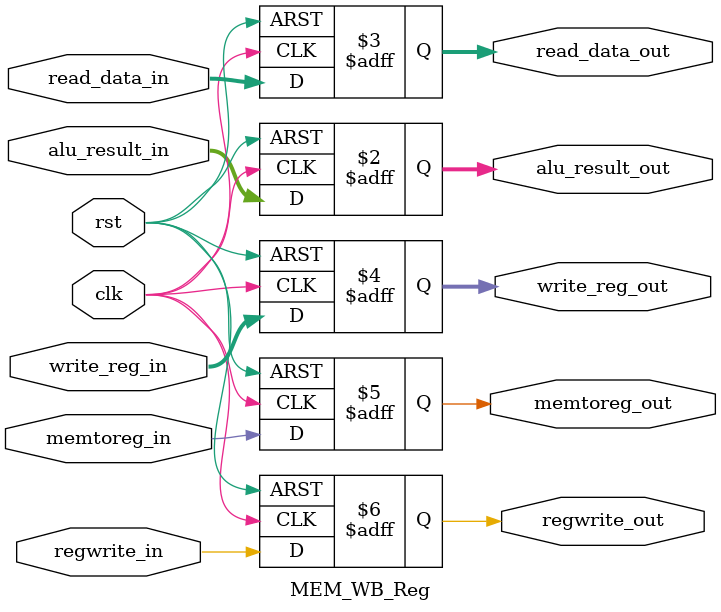
<source format=v>
module memory_access(
    input MemWrite,
    input MemRead,
    input MemtoReg,
    input [63:0] address,
    output reg invMemAddr
);

    always @(*) begin
        // Default values
        invMemAddr = 0;

        // Check for valid memory address when MemRead or MemWrite is active
        if ((MemRead || MemWrite) && (((address / 8) > 1023) || (address[1:0] != 0))) begin
            invMemAddr = 1;
        end
    end

endmodule

module MEM_WB_Reg (
    input wire clk,
    input wire rst,
    input wire [63:0] alu_result_in,
    input wire [63:0] read_data_in,
    input wire [4:0] write_reg_in,
    input wire memtoreg_in,
    input wire regwrite_in,

    output reg [63:0] alu_result_out,
    output reg [63:0] read_data_out,
    output reg [4:0] write_reg_out,
    output reg memtoreg_out,
    output reg regwrite_out
);

always @(posedge clk or posedge rst) begin
    if (rst) begin
        alu_result_out <= 32'b0;
        read_data_out  <= 32'b0;
        write_reg_out  <= 5'b0;
        memtoreg_out   <= 1'b0;
        regwrite_out   <= 1'b0;
    end else begin
        alu_result_out <= alu_result_in;
        read_data_out  <= read_data_in;
        write_reg_out  <= write_reg_in;
        memtoreg_out   <= memtoreg_in;
        regwrite_out   <= regwrite_in;
    end
end

endmodule
</source>
